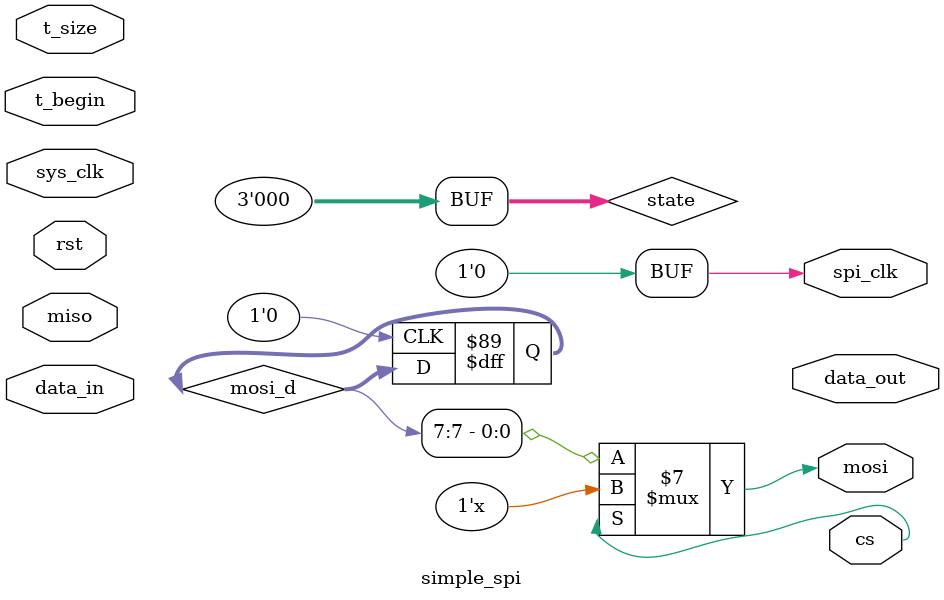
<source format=v>
`timescale 1 ms /1 ms

module simple_spi
#(
	parameter reg_width = 8,
	parameter counter_width = $clog2(reg_width)
)
(
	// System side
	input rst,
	input sys_clk,
	input t_begin,
	input [reg_width-1:0] data_in,
	input [counter_width:0] t_size,
	output reg [reg_width-1:0] data_out,

	// SPI side
	input miso,
	output wire mosi,
	output wire spi_clk,
	output reg cs
);
	parameter reset = 0, idle = 1, load = 2, transact = 3, unload = 4;

	reg [reg_width-1:0] mosi_d;
	reg [reg_width-1:0] miso_d;
	reg [counter_width:0] count;
	reg [2:0] state;

	// begin state machine
	always @(state)
	begin
		case (state)
			reset:
			begin
				data_out <= 0;
				miso_d <= 0;
				mosi_d <= 0;
				count <= 0;
				cs <= 1;
			end

			idle:
			begin
				data_out <= data_out;
				miso_d <= 0;
				mosi_d <= 0;
				count <= 0;
				cs <= 1;
			end

			load:
			begin
				data_out <= data_out;
				miso_d <= 0;
				mosi_d <= data_in;
				count <= t_size;
				cs <= 0;
			end

			transact:
			begin
				cs <= 0;
			end

			unload:
			begin
				data_out <= miso_d;
				miso_d <= 0;
				mosi_d <= 0;
				count <= count;
				cs <= 0;
			end

			default:
				state = reset;
		endcase
	end
	
	always @(posedge sys_clk)
	begin
		if (!rst)
			state = reset;
		else
			case (state)
				reset:
					if (t_begin)
						state = load;
					else
						state = idle;
				idle:
					if (t_begin)
						state = load;
				load:
					if (count != 0)
						state = transact;
					else
						state = reset;
				transact:
					if (count != 0)
						state = transact;
					else
						state = unload;
				unload:
					if (t_begin)
						state = load;
					else
						state = idle;
			endcase
	end
	// end state machine

	// begin SPI logic

	assign mosi = ( ~cs ) ? mosi_d[reg_width-1] : 1'bz;
	assign spi_clk = ( state == transact ) ? sys_clk : 1'b0;
	
	// Shift Data
	always @(posedge spi_clk)
	begin
		if ( state == transact )
			miso_d <= {miso_d[reg_width-2:0], miso};
	end

	always @(negedge spi_clk)
	begin
		if ( state == transact )
		begin
			mosi_d <= {mosi_d[reg_width-2:0], 1'b0};
			count <= count-1;
		end
	end
	// end SPI logic

endmodule

</source>
